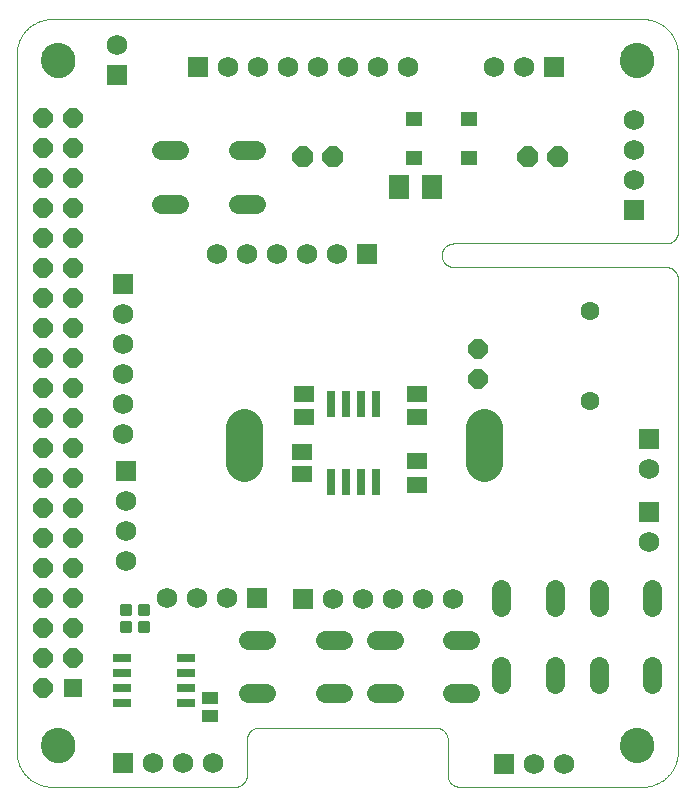
<source format=gts>
G75*
%MOIN*%
%OFA0B0*%
%FSLAX25Y25*%
%IPPOS*%
%LPD*%
%AMOC8*
5,1,8,0,0,1.08239X$1,22.5*
%
%ADD10C,0.00000*%
%ADD11C,0.11424*%
%ADD12R,0.06400X0.06400*%
%ADD13OC8,0.06400*%
%ADD14R,0.02762X0.09061*%
%ADD15R,0.06699X0.05518*%
%ADD16C,0.06306*%
%ADD17R,0.06900X0.06900*%
%ADD18C,0.06900*%
%ADD19R,0.05912X0.02762*%
%ADD20C,0.12400*%
%ADD21R,0.05321X0.04337*%
%ADD22C,0.00975*%
%ADD23R,0.05518X0.05124*%
%ADD24C,0.06400*%
%ADD25OC8,0.07000*%
%ADD26R,0.06699X0.08274*%
D10*
X0037312Y0035098D02*
X0098336Y0035098D01*
X0098460Y0035100D01*
X0098583Y0035106D01*
X0098707Y0035115D01*
X0098829Y0035129D01*
X0098952Y0035146D01*
X0099074Y0035168D01*
X0099195Y0035193D01*
X0099315Y0035222D01*
X0099434Y0035254D01*
X0099553Y0035291D01*
X0099670Y0035331D01*
X0099785Y0035374D01*
X0099900Y0035422D01*
X0100012Y0035473D01*
X0100123Y0035527D01*
X0100233Y0035585D01*
X0100340Y0035646D01*
X0100446Y0035711D01*
X0100549Y0035779D01*
X0100650Y0035850D01*
X0100749Y0035924D01*
X0100846Y0036001D01*
X0100940Y0036082D01*
X0101031Y0036165D01*
X0101120Y0036251D01*
X0101206Y0036340D01*
X0101289Y0036431D01*
X0101370Y0036525D01*
X0101447Y0036622D01*
X0101521Y0036721D01*
X0101592Y0036822D01*
X0101660Y0036925D01*
X0101725Y0037031D01*
X0101786Y0037138D01*
X0101844Y0037248D01*
X0101898Y0037359D01*
X0101949Y0037471D01*
X0101997Y0037586D01*
X0102040Y0037701D01*
X0102080Y0037818D01*
X0102117Y0037937D01*
X0102149Y0038056D01*
X0102178Y0038176D01*
X0102203Y0038297D01*
X0102225Y0038419D01*
X0102242Y0038542D01*
X0102256Y0038664D01*
X0102265Y0038788D01*
X0102271Y0038911D01*
X0102273Y0039035D01*
X0102273Y0050846D01*
X0102275Y0050970D01*
X0102281Y0051093D01*
X0102290Y0051217D01*
X0102304Y0051339D01*
X0102321Y0051462D01*
X0102343Y0051584D01*
X0102368Y0051705D01*
X0102397Y0051825D01*
X0102429Y0051944D01*
X0102466Y0052063D01*
X0102506Y0052180D01*
X0102549Y0052295D01*
X0102597Y0052410D01*
X0102648Y0052522D01*
X0102702Y0052633D01*
X0102760Y0052743D01*
X0102821Y0052850D01*
X0102886Y0052956D01*
X0102954Y0053059D01*
X0103025Y0053160D01*
X0103099Y0053259D01*
X0103176Y0053356D01*
X0103257Y0053450D01*
X0103340Y0053541D01*
X0103426Y0053630D01*
X0103515Y0053716D01*
X0103606Y0053799D01*
X0103700Y0053880D01*
X0103797Y0053957D01*
X0103896Y0054031D01*
X0103997Y0054102D01*
X0104100Y0054170D01*
X0104206Y0054235D01*
X0104313Y0054296D01*
X0104423Y0054354D01*
X0104534Y0054408D01*
X0104646Y0054459D01*
X0104761Y0054507D01*
X0104876Y0054550D01*
X0104993Y0054590D01*
X0105112Y0054627D01*
X0105231Y0054659D01*
X0105351Y0054688D01*
X0105472Y0054713D01*
X0105594Y0054735D01*
X0105717Y0054752D01*
X0105839Y0054766D01*
X0105963Y0054775D01*
X0106086Y0054781D01*
X0106210Y0054783D01*
X0165265Y0054783D01*
X0165389Y0054781D01*
X0165512Y0054775D01*
X0165636Y0054766D01*
X0165758Y0054752D01*
X0165881Y0054735D01*
X0166003Y0054713D01*
X0166124Y0054688D01*
X0166244Y0054659D01*
X0166363Y0054627D01*
X0166482Y0054590D01*
X0166599Y0054550D01*
X0166714Y0054507D01*
X0166829Y0054459D01*
X0166941Y0054408D01*
X0167052Y0054354D01*
X0167162Y0054296D01*
X0167269Y0054235D01*
X0167375Y0054170D01*
X0167478Y0054102D01*
X0167579Y0054031D01*
X0167678Y0053957D01*
X0167775Y0053880D01*
X0167869Y0053799D01*
X0167960Y0053716D01*
X0168049Y0053630D01*
X0168135Y0053541D01*
X0168218Y0053450D01*
X0168299Y0053356D01*
X0168376Y0053259D01*
X0168450Y0053160D01*
X0168521Y0053059D01*
X0168589Y0052956D01*
X0168654Y0052850D01*
X0168715Y0052743D01*
X0168773Y0052633D01*
X0168827Y0052522D01*
X0168878Y0052410D01*
X0168926Y0052295D01*
X0168969Y0052180D01*
X0169009Y0052063D01*
X0169046Y0051944D01*
X0169078Y0051825D01*
X0169107Y0051705D01*
X0169132Y0051584D01*
X0169154Y0051462D01*
X0169171Y0051339D01*
X0169185Y0051217D01*
X0169194Y0051093D01*
X0169200Y0050970D01*
X0169202Y0050846D01*
X0169202Y0039035D01*
X0169204Y0038911D01*
X0169210Y0038788D01*
X0169219Y0038664D01*
X0169233Y0038542D01*
X0169250Y0038419D01*
X0169272Y0038297D01*
X0169297Y0038176D01*
X0169326Y0038056D01*
X0169358Y0037937D01*
X0169395Y0037818D01*
X0169435Y0037701D01*
X0169478Y0037586D01*
X0169526Y0037471D01*
X0169577Y0037359D01*
X0169631Y0037248D01*
X0169689Y0037138D01*
X0169750Y0037031D01*
X0169815Y0036925D01*
X0169883Y0036822D01*
X0169954Y0036721D01*
X0170028Y0036622D01*
X0170105Y0036525D01*
X0170186Y0036431D01*
X0170269Y0036340D01*
X0170355Y0036251D01*
X0170444Y0036165D01*
X0170535Y0036082D01*
X0170629Y0036001D01*
X0170726Y0035924D01*
X0170825Y0035850D01*
X0170926Y0035779D01*
X0171029Y0035711D01*
X0171135Y0035646D01*
X0171242Y0035585D01*
X0171352Y0035527D01*
X0171463Y0035473D01*
X0171575Y0035422D01*
X0171690Y0035374D01*
X0171805Y0035331D01*
X0171922Y0035291D01*
X0172041Y0035254D01*
X0172160Y0035222D01*
X0172280Y0035193D01*
X0172401Y0035168D01*
X0172523Y0035146D01*
X0172646Y0035129D01*
X0172768Y0035115D01*
X0172892Y0035106D01*
X0173015Y0035100D01*
X0173139Y0035098D01*
X0234162Y0035098D01*
X0234447Y0035101D01*
X0234733Y0035112D01*
X0235018Y0035129D01*
X0235302Y0035153D01*
X0235586Y0035184D01*
X0235869Y0035222D01*
X0236150Y0035267D01*
X0236431Y0035318D01*
X0236711Y0035376D01*
X0236989Y0035441D01*
X0237265Y0035513D01*
X0237539Y0035591D01*
X0237812Y0035676D01*
X0238082Y0035768D01*
X0238350Y0035866D01*
X0238616Y0035970D01*
X0238879Y0036081D01*
X0239139Y0036198D01*
X0239397Y0036321D01*
X0239651Y0036451D01*
X0239902Y0036587D01*
X0240150Y0036728D01*
X0240394Y0036876D01*
X0240635Y0037029D01*
X0240871Y0037189D01*
X0241104Y0037354D01*
X0241333Y0037524D01*
X0241558Y0037700D01*
X0241778Y0037882D01*
X0241994Y0038068D01*
X0242205Y0038260D01*
X0242412Y0038457D01*
X0242614Y0038659D01*
X0242811Y0038866D01*
X0243003Y0039077D01*
X0243189Y0039293D01*
X0243371Y0039513D01*
X0243547Y0039738D01*
X0243717Y0039967D01*
X0243882Y0040200D01*
X0244042Y0040436D01*
X0244195Y0040677D01*
X0244343Y0040921D01*
X0244484Y0041169D01*
X0244620Y0041420D01*
X0244750Y0041674D01*
X0244873Y0041932D01*
X0244990Y0042192D01*
X0245101Y0042455D01*
X0245205Y0042721D01*
X0245303Y0042989D01*
X0245395Y0043259D01*
X0245480Y0043532D01*
X0245558Y0043806D01*
X0245630Y0044082D01*
X0245695Y0044360D01*
X0245753Y0044640D01*
X0245804Y0044921D01*
X0245849Y0045202D01*
X0245887Y0045485D01*
X0245918Y0045769D01*
X0245942Y0046053D01*
X0245959Y0046338D01*
X0245970Y0046624D01*
X0245973Y0046909D01*
X0245973Y0204390D01*
X0245971Y0204514D01*
X0245965Y0204637D01*
X0245956Y0204761D01*
X0245942Y0204883D01*
X0245925Y0205006D01*
X0245903Y0205128D01*
X0245878Y0205249D01*
X0245849Y0205369D01*
X0245817Y0205488D01*
X0245780Y0205607D01*
X0245740Y0205724D01*
X0245697Y0205839D01*
X0245649Y0205954D01*
X0245598Y0206066D01*
X0245544Y0206177D01*
X0245486Y0206287D01*
X0245425Y0206394D01*
X0245360Y0206500D01*
X0245292Y0206603D01*
X0245221Y0206704D01*
X0245147Y0206803D01*
X0245070Y0206900D01*
X0244989Y0206994D01*
X0244906Y0207085D01*
X0244820Y0207174D01*
X0244731Y0207260D01*
X0244640Y0207343D01*
X0244546Y0207424D01*
X0244449Y0207501D01*
X0244350Y0207575D01*
X0244249Y0207646D01*
X0244146Y0207714D01*
X0244040Y0207779D01*
X0243933Y0207840D01*
X0243823Y0207898D01*
X0243712Y0207952D01*
X0243600Y0208003D01*
X0243485Y0208051D01*
X0243370Y0208094D01*
X0243253Y0208134D01*
X0243134Y0208171D01*
X0243015Y0208203D01*
X0242895Y0208232D01*
X0242774Y0208257D01*
X0242652Y0208279D01*
X0242529Y0208296D01*
X0242407Y0208310D01*
X0242283Y0208319D01*
X0242160Y0208325D01*
X0242036Y0208327D01*
X0171170Y0208327D01*
X0171046Y0208329D01*
X0170923Y0208335D01*
X0170799Y0208344D01*
X0170677Y0208358D01*
X0170554Y0208375D01*
X0170432Y0208397D01*
X0170311Y0208422D01*
X0170191Y0208451D01*
X0170072Y0208483D01*
X0169953Y0208520D01*
X0169836Y0208560D01*
X0169721Y0208603D01*
X0169606Y0208651D01*
X0169494Y0208702D01*
X0169383Y0208756D01*
X0169273Y0208814D01*
X0169166Y0208875D01*
X0169060Y0208940D01*
X0168957Y0209008D01*
X0168856Y0209079D01*
X0168757Y0209153D01*
X0168660Y0209230D01*
X0168566Y0209311D01*
X0168475Y0209394D01*
X0168386Y0209480D01*
X0168300Y0209569D01*
X0168217Y0209660D01*
X0168136Y0209754D01*
X0168059Y0209851D01*
X0167985Y0209950D01*
X0167914Y0210051D01*
X0167846Y0210154D01*
X0167781Y0210260D01*
X0167720Y0210367D01*
X0167662Y0210477D01*
X0167608Y0210588D01*
X0167557Y0210700D01*
X0167509Y0210815D01*
X0167466Y0210930D01*
X0167426Y0211047D01*
X0167389Y0211166D01*
X0167357Y0211285D01*
X0167328Y0211405D01*
X0167303Y0211526D01*
X0167281Y0211648D01*
X0167264Y0211771D01*
X0167250Y0211893D01*
X0167241Y0212017D01*
X0167235Y0212140D01*
X0167233Y0212264D01*
X0167235Y0212388D01*
X0167241Y0212511D01*
X0167250Y0212635D01*
X0167264Y0212757D01*
X0167281Y0212880D01*
X0167303Y0213002D01*
X0167328Y0213123D01*
X0167357Y0213243D01*
X0167389Y0213362D01*
X0167426Y0213481D01*
X0167466Y0213598D01*
X0167509Y0213713D01*
X0167557Y0213828D01*
X0167608Y0213940D01*
X0167662Y0214051D01*
X0167720Y0214161D01*
X0167781Y0214268D01*
X0167846Y0214374D01*
X0167914Y0214477D01*
X0167985Y0214578D01*
X0168059Y0214677D01*
X0168136Y0214774D01*
X0168217Y0214868D01*
X0168300Y0214959D01*
X0168386Y0215048D01*
X0168475Y0215134D01*
X0168566Y0215217D01*
X0168660Y0215298D01*
X0168757Y0215375D01*
X0168856Y0215449D01*
X0168957Y0215520D01*
X0169060Y0215588D01*
X0169166Y0215653D01*
X0169273Y0215714D01*
X0169383Y0215772D01*
X0169494Y0215826D01*
X0169606Y0215877D01*
X0169721Y0215925D01*
X0169836Y0215968D01*
X0169953Y0216008D01*
X0170072Y0216045D01*
X0170191Y0216077D01*
X0170311Y0216106D01*
X0170432Y0216131D01*
X0170554Y0216153D01*
X0170677Y0216170D01*
X0170799Y0216184D01*
X0170923Y0216193D01*
X0171046Y0216199D01*
X0171170Y0216201D01*
X0242036Y0216201D01*
X0242160Y0216203D01*
X0242283Y0216209D01*
X0242407Y0216218D01*
X0242529Y0216232D01*
X0242652Y0216249D01*
X0242774Y0216271D01*
X0242895Y0216296D01*
X0243015Y0216325D01*
X0243134Y0216357D01*
X0243253Y0216394D01*
X0243370Y0216434D01*
X0243485Y0216477D01*
X0243600Y0216525D01*
X0243712Y0216576D01*
X0243823Y0216630D01*
X0243933Y0216688D01*
X0244040Y0216749D01*
X0244146Y0216814D01*
X0244249Y0216882D01*
X0244350Y0216953D01*
X0244449Y0217027D01*
X0244546Y0217104D01*
X0244640Y0217185D01*
X0244731Y0217268D01*
X0244820Y0217354D01*
X0244906Y0217443D01*
X0244989Y0217534D01*
X0245070Y0217628D01*
X0245147Y0217725D01*
X0245221Y0217824D01*
X0245292Y0217925D01*
X0245360Y0218028D01*
X0245425Y0218134D01*
X0245486Y0218241D01*
X0245544Y0218351D01*
X0245598Y0218462D01*
X0245649Y0218574D01*
X0245697Y0218689D01*
X0245740Y0218804D01*
X0245780Y0218921D01*
X0245817Y0219040D01*
X0245849Y0219159D01*
X0245878Y0219279D01*
X0245903Y0219400D01*
X0245925Y0219522D01*
X0245942Y0219645D01*
X0245956Y0219767D01*
X0245965Y0219891D01*
X0245971Y0220014D01*
X0245973Y0220138D01*
X0245973Y0279193D01*
X0245970Y0279478D01*
X0245959Y0279764D01*
X0245942Y0280049D01*
X0245918Y0280333D01*
X0245887Y0280617D01*
X0245849Y0280900D01*
X0245804Y0281181D01*
X0245753Y0281462D01*
X0245695Y0281742D01*
X0245630Y0282020D01*
X0245558Y0282296D01*
X0245480Y0282570D01*
X0245395Y0282843D01*
X0245303Y0283113D01*
X0245205Y0283381D01*
X0245101Y0283647D01*
X0244990Y0283910D01*
X0244873Y0284170D01*
X0244750Y0284428D01*
X0244620Y0284682D01*
X0244484Y0284933D01*
X0244343Y0285181D01*
X0244195Y0285425D01*
X0244042Y0285666D01*
X0243882Y0285902D01*
X0243717Y0286135D01*
X0243547Y0286364D01*
X0243371Y0286589D01*
X0243189Y0286809D01*
X0243003Y0287025D01*
X0242811Y0287236D01*
X0242614Y0287443D01*
X0242412Y0287645D01*
X0242205Y0287842D01*
X0241994Y0288034D01*
X0241778Y0288220D01*
X0241558Y0288402D01*
X0241333Y0288578D01*
X0241104Y0288748D01*
X0240871Y0288913D01*
X0240635Y0289073D01*
X0240394Y0289226D01*
X0240150Y0289374D01*
X0239902Y0289515D01*
X0239651Y0289651D01*
X0239397Y0289781D01*
X0239139Y0289904D01*
X0238879Y0290021D01*
X0238616Y0290132D01*
X0238350Y0290236D01*
X0238082Y0290334D01*
X0237812Y0290426D01*
X0237539Y0290511D01*
X0237265Y0290589D01*
X0236989Y0290661D01*
X0236711Y0290726D01*
X0236431Y0290784D01*
X0236150Y0290835D01*
X0235869Y0290880D01*
X0235586Y0290918D01*
X0235302Y0290949D01*
X0235018Y0290973D01*
X0234733Y0290990D01*
X0234447Y0291001D01*
X0234162Y0291004D01*
X0037312Y0291004D01*
X0037027Y0291001D01*
X0036741Y0290990D01*
X0036456Y0290973D01*
X0036172Y0290949D01*
X0035888Y0290918D01*
X0035605Y0290880D01*
X0035324Y0290835D01*
X0035043Y0290784D01*
X0034763Y0290726D01*
X0034485Y0290661D01*
X0034209Y0290589D01*
X0033935Y0290511D01*
X0033662Y0290426D01*
X0033392Y0290334D01*
X0033124Y0290236D01*
X0032858Y0290132D01*
X0032595Y0290021D01*
X0032335Y0289904D01*
X0032077Y0289781D01*
X0031823Y0289651D01*
X0031572Y0289515D01*
X0031324Y0289374D01*
X0031080Y0289226D01*
X0030839Y0289073D01*
X0030603Y0288913D01*
X0030370Y0288748D01*
X0030141Y0288578D01*
X0029916Y0288402D01*
X0029696Y0288220D01*
X0029480Y0288034D01*
X0029269Y0287842D01*
X0029062Y0287645D01*
X0028860Y0287443D01*
X0028663Y0287236D01*
X0028471Y0287025D01*
X0028285Y0286809D01*
X0028103Y0286589D01*
X0027927Y0286364D01*
X0027757Y0286135D01*
X0027592Y0285902D01*
X0027432Y0285666D01*
X0027279Y0285425D01*
X0027131Y0285181D01*
X0026990Y0284933D01*
X0026854Y0284682D01*
X0026724Y0284428D01*
X0026601Y0284170D01*
X0026484Y0283910D01*
X0026373Y0283647D01*
X0026269Y0283381D01*
X0026171Y0283113D01*
X0026079Y0282843D01*
X0025994Y0282570D01*
X0025916Y0282296D01*
X0025844Y0282020D01*
X0025779Y0281742D01*
X0025721Y0281462D01*
X0025670Y0281181D01*
X0025625Y0280900D01*
X0025587Y0280617D01*
X0025556Y0280333D01*
X0025532Y0280049D01*
X0025515Y0279764D01*
X0025504Y0279478D01*
X0025501Y0279193D01*
X0025501Y0046909D01*
X0025504Y0046624D01*
X0025515Y0046338D01*
X0025532Y0046053D01*
X0025556Y0045769D01*
X0025587Y0045485D01*
X0025625Y0045202D01*
X0025670Y0044921D01*
X0025721Y0044640D01*
X0025779Y0044360D01*
X0025844Y0044082D01*
X0025916Y0043806D01*
X0025994Y0043532D01*
X0026079Y0043259D01*
X0026171Y0042989D01*
X0026269Y0042721D01*
X0026373Y0042455D01*
X0026484Y0042192D01*
X0026601Y0041932D01*
X0026724Y0041674D01*
X0026854Y0041420D01*
X0026990Y0041169D01*
X0027131Y0040921D01*
X0027279Y0040677D01*
X0027432Y0040436D01*
X0027592Y0040200D01*
X0027757Y0039967D01*
X0027927Y0039738D01*
X0028103Y0039513D01*
X0028285Y0039293D01*
X0028471Y0039077D01*
X0028663Y0038866D01*
X0028860Y0038659D01*
X0029062Y0038457D01*
X0029269Y0038260D01*
X0029480Y0038068D01*
X0029696Y0037882D01*
X0029916Y0037700D01*
X0030141Y0037524D01*
X0030370Y0037354D01*
X0030603Y0037189D01*
X0030839Y0037029D01*
X0031080Y0036876D01*
X0031324Y0036728D01*
X0031572Y0036587D01*
X0031823Y0036451D01*
X0032077Y0036321D01*
X0032335Y0036198D01*
X0032595Y0036081D01*
X0032858Y0035970D01*
X0033124Y0035866D01*
X0033392Y0035768D01*
X0033662Y0035676D01*
X0033935Y0035591D01*
X0034209Y0035513D01*
X0034485Y0035441D01*
X0034763Y0035376D01*
X0035043Y0035318D01*
X0035324Y0035267D01*
X0035605Y0035222D01*
X0035888Y0035184D01*
X0036172Y0035153D01*
X0036456Y0035129D01*
X0036741Y0035112D01*
X0037027Y0035101D01*
X0037312Y0035098D01*
X0033765Y0048883D02*
X0033767Y0049031D01*
X0033773Y0049179D01*
X0033783Y0049327D01*
X0033797Y0049474D01*
X0033815Y0049621D01*
X0033836Y0049767D01*
X0033862Y0049913D01*
X0033892Y0050058D01*
X0033925Y0050202D01*
X0033963Y0050345D01*
X0034004Y0050487D01*
X0034049Y0050628D01*
X0034097Y0050768D01*
X0034150Y0050907D01*
X0034206Y0051044D01*
X0034266Y0051179D01*
X0034329Y0051313D01*
X0034396Y0051445D01*
X0034467Y0051575D01*
X0034541Y0051703D01*
X0034618Y0051829D01*
X0034699Y0051953D01*
X0034783Y0052075D01*
X0034870Y0052194D01*
X0034961Y0052311D01*
X0035055Y0052426D01*
X0035151Y0052538D01*
X0035251Y0052648D01*
X0035353Y0052754D01*
X0035459Y0052858D01*
X0035567Y0052959D01*
X0035678Y0053057D01*
X0035791Y0053153D01*
X0035907Y0053245D01*
X0036025Y0053334D01*
X0036146Y0053419D01*
X0036269Y0053502D01*
X0036394Y0053581D01*
X0036521Y0053657D01*
X0036650Y0053729D01*
X0036781Y0053798D01*
X0036914Y0053863D01*
X0037049Y0053924D01*
X0037185Y0053982D01*
X0037322Y0054037D01*
X0037461Y0054087D01*
X0037602Y0054134D01*
X0037743Y0054177D01*
X0037886Y0054217D01*
X0038030Y0054252D01*
X0038174Y0054284D01*
X0038320Y0054311D01*
X0038466Y0054335D01*
X0038613Y0054355D01*
X0038760Y0054371D01*
X0038907Y0054383D01*
X0039055Y0054391D01*
X0039203Y0054395D01*
X0039351Y0054395D01*
X0039499Y0054391D01*
X0039647Y0054383D01*
X0039794Y0054371D01*
X0039941Y0054355D01*
X0040088Y0054335D01*
X0040234Y0054311D01*
X0040380Y0054284D01*
X0040524Y0054252D01*
X0040668Y0054217D01*
X0040811Y0054177D01*
X0040952Y0054134D01*
X0041093Y0054087D01*
X0041232Y0054037D01*
X0041369Y0053982D01*
X0041505Y0053924D01*
X0041640Y0053863D01*
X0041773Y0053798D01*
X0041904Y0053729D01*
X0042033Y0053657D01*
X0042160Y0053581D01*
X0042285Y0053502D01*
X0042408Y0053419D01*
X0042529Y0053334D01*
X0042647Y0053245D01*
X0042763Y0053153D01*
X0042876Y0053057D01*
X0042987Y0052959D01*
X0043095Y0052858D01*
X0043201Y0052754D01*
X0043303Y0052648D01*
X0043403Y0052538D01*
X0043499Y0052426D01*
X0043593Y0052311D01*
X0043684Y0052194D01*
X0043771Y0052075D01*
X0043855Y0051953D01*
X0043936Y0051829D01*
X0044013Y0051703D01*
X0044087Y0051575D01*
X0044158Y0051445D01*
X0044225Y0051313D01*
X0044288Y0051179D01*
X0044348Y0051044D01*
X0044404Y0050907D01*
X0044457Y0050768D01*
X0044505Y0050628D01*
X0044550Y0050487D01*
X0044591Y0050345D01*
X0044629Y0050202D01*
X0044662Y0050058D01*
X0044692Y0049913D01*
X0044718Y0049767D01*
X0044739Y0049621D01*
X0044757Y0049474D01*
X0044771Y0049327D01*
X0044781Y0049179D01*
X0044787Y0049031D01*
X0044789Y0048883D01*
X0044787Y0048735D01*
X0044781Y0048587D01*
X0044771Y0048439D01*
X0044757Y0048292D01*
X0044739Y0048145D01*
X0044718Y0047999D01*
X0044692Y0047853D01*
X0044662Y0047708D01*
X0044629Y0047564D01*
X0044591Y0047421D01*
X0044550Y0047279D01*
X0044505Y0047138D01*
X0044457Y0046998D01*
X0044404Y0046859D01*
X0044348Y0046722D01*
X0044288Y0046587D01*
X0044225Y0046453D01*
X0044158Y0046321D01*
X0044087Y0046191D01*
X0044013Y0046063D01*
X0043936Y0045937D01*
X0043855Y0045813D01*
X0043771Y0045691D01*
X0043684Y0045572D01*
X0043593Y0045455D01*
X0043499Y0045340D01*
X0043403Y0045228D01*
X0043303Y0045118D01*
X0043201Y0045012D01*
X0043095Y0044908D01*
X0042987Y0044807D01*
X0042876Y0044709D01*
X0042763Y0044613D01*
X0042647Y0044521D01*
X0042529Y0044432D01*
X0042408Y0044347D01*
X0042285Y0044264D01*
X0042160Y0044185D01*
X0042033Y0044109D01*
X0041904Y0044037D01*
X0041773Y0043968D01*
X0041640Y0043903D01*
X0041505Y0043842D01*
X0041369Y0043784D01*
X0041232Y0043729D01*
X0041093Y0043679D01*
X0040952Y0043632D01*
X0040811Y0043589D01*
X0040668Y0043549D01*
X0040524Y0043514D01*
X0040380Y0043482D01*
X0040234Y0043455D01*
X0040088Y0043431D01*
X0039941Y0043411D01*
X0039794Y0043395D01*
X0039647Y0043383D01*
X0039499Y0043375D01*
X0039351Y0043371D01*
X0039203Y0043371D01*
X0039055Y0043375D01*
X0038907Y0043383D01*
X0038760Y0043395D01*
X0038613Y0043411D01*
X0038466Y0043431D01*
X0038320Y0043455D01*
X0038174Y0043482D01*
X0038030Y0043514D01*
X0037886Y0043549D01*
X0037743Y0043589D01*
X0037602Y0043632D01*
X0037461Y0043679D01*
X0037322Y0043729D01*
X0037185Y0043784D01*
X0037049Y0043842D01*
X0036914Y0043903D01*
X0036781Y0043968D01*
X0036650Y0044037D01*
X0036521Y0044109D01*
X0036394Y0044185D01*
X0036269Y0044264D01*
X0036146Y0044347D01*
X0036025Y0044432D01*
X0035907Y0044521D01*
X0035791Y0044613D01*
X0035678Y0044709D01*
X0035567Y0044807D01*
X0035459Y0044908D01*
X0035353Y0045012D01*
X0035251Y0045118D01*
X0035151Y0045228D01*
X0035055Y0045340D01*
X0034961Y0045455D01*
X0034870Y0045572D01*
X0034783Y0045691D01*
X0034699Y0045813D01*
X0034618Y0045937D01*
X0034541Y0046063D01*
X0034467Y0046191D01*
X0034396Y0046321D01*
X0034329Y0046453D01*
X0034266Y0046587D01*
X0034206Y0046722D01*
X0034150Y0046859D01*
X0034097Y0046998D01*
X0034049Y0047138D01*
X0034004Y0047279D01*
X0033963Y0047421D01*
X0033925Y0047564D01*
X0033892Y0047708D01*
X0033862Y0047853D01*
X0033836Y0047999D01*
X0033815Y0048145D01*
X0033797Y0048292D01*
X0033783Y0048439D01*
X0033773Y0048587D01*
X0033767Y0048735D01*
X0033765Y0048883D01*
X0226679Y0048883D02*
X0226681Y0049031D01*
X0226687Y0049179D01*
X0226697Y0049327D01*
X0226711Y0049474D01*
X0226729Y0049621D01*
X0226750Y0049767D01*
X0226776Y0049913D01*
X0226806Y0050058D01*
X0226839Y0050202D01*
X0226877Y0050345D01*
X0226918Y0050487D01*
X0226963Y0050628D01*
X0227011Y0050768D01*
X0227064Y0050907D01*
X0227120Y0051044D01*
X0227180Y0051179D01*
X0227243Y0051313D01*
X0227310Y0051445D01*
X0227381Y0051575D01*
X0227455Y0051703D01*
X0227532Y0051829D01*
X0227613Y0051953D01*
X0227697Y0052075D01*
X0227784Y0052194D01*
X0227875Y0052311D01*
X0227969Y0052426D01*
X0228065Y0052538D01*
X0228165Y0052648D01*
X0228267Y0052754D01*
X0228373Y0052858D01*
X0228481Y0052959D01*
X0228592Y0053057D01*
X0228705Y0053153D01*
X0228821Y0053245D01*
X0228939Y0053334D01*
X0229060Y0053419D01*
X0229183Y0053502D01*
X0229308Y0053581D01*
X0229435Y0053657D01*
X0229564Y0053729D01*
X0229695Y0053798D01*
X0229828Y0053863D01*
X0229963Y0053924D01*
X0230099Y0053982D01*
X0230236Y0054037D01*
X0230375Y0054087D01*
X0230516Y0054134D01*
X0230657Y0054177D01*
X0230800Y0054217D01*
X0230944Y0054252D01*
X0231088Y0054284D01*
X0231234Y0054311D01*
X0231380Y0054335D01*
X0231527Y0054355D01*
X0231674Y0054371D01*
X0231821Y0054383D01*
X0231969Y0054391D01*
X0232117Y0054395D01*
X0232265Y0054395D01*
X0232413Y0054391D01*
X0232561Y0054383D01*
X0232708Y0054371D01*
X0232855Y0054355D01*
X0233002Y0054335D01*
X0233148Y0054311D01*
X0233294Y0054284D01*
X0233438Y0054252D01*
X0233582Y0054217D01*
X0233725Y0054177D01*
X0233866Y0054134D01*
X0234007Y0054087D01*
X0234146Y0054037D01*
X0234283Y0053982D01*
X0234419Y0053924D01*
X0234554Y0053863D01*
X0234687Y0053798D01*
X0234818Y0053729D01*
X0234947Y0053657D01*
X0235074Y0053581D01*
X0235199Y0053502D01*
X0235322Y0053419D01*
X0235443Y0053334D01*
X0235561Y0053245D01*
X0235677Y0053153D01*
X0235790Y0053057D01*
X0235901Y0052959D01*
X0236009Y0052858D01*
X0236115Y0052754D01*
X0236217Y0052648D01*
X0236317Y0052538D01*
X0236413Y0052426D01*
X0236507Y0052311D01*
X0236598Y0052194D01*
X0236685Y0052075D01*
X0236769Y0051953D01*
X0236850Y0051829D01*
X0236927Y0051703D01*
X0237001Y0051575D01*
X0237072Y0051445D01*
X0237139Y0051313D01*
X0237202Y0051179D01*
X0237262Y0051044D01*
X0237318Y0050907D01*
X0237371Y0050768D01*
X0237419Y0050628D01*
X0237464Y0050487D01*
X0237505Y0050345D01*
X0237543Y0050202D01*
X0237576Y0050058D01*
X0237606Y0049913D01*
X0237632Y0049767D01*
X0237653Y0049621D01*
X0237671Y0049474D01*
X0237685Y0049327D01*
X0237695Y0049179D01*
X0237701Y0049031D01*
X0237703Y0048883D01*
X0237701Y0048735D01*
X0237695Y0048587D01*
X0237685Y0048439D01*
X0237671Y0048292D01*
X0237653Y0048145D01*
X0237632Y0047999D01*
X0237606Y0047853D01*
X0237576Y0047708D01*
X0237543Y0047564D01*
X0237505Y0047421D01*
X0237464Y0047279D01*
X0237419Y0047138D01*
X0237371Y0046998D01*
X0237318Y0046859D01*
X0237262Y0046722D01*
X0237202Y0046587D01*
X0237139Y0046453D01*
X0237072Y0046321D01*
X0237001Y0046191D01*
X0236927Y0046063D01*
X0236850Y0045937D01*
X0236769Y0045813D01*
X0236685Y0045691D01*
X0236598Y0045572D01*
X0236507Y0045455D01*
X0236413Y0045340D01*
X0236317Y0045228D01*
X0236217Y0045118D01*
X0236115Y0045012D01*
X0236009Y0044908D01*
X0235901Y0044807D01*
X0235790Y0044709D01*
X0235677Y0044613D01*
X0235561Y0044521D01*
X0235443Y0044432D01*
X0235322Y0044347D01*
X0235199Y0044264D01*
X0235074Y0044185D01*
X0234947Y0044109D01*
X0234818Y0044037D01*
X0234687Y0043968D01*
X0234554Y0043903D01*
X0234419Y0043842D01*
X0234283Y0043784D01*
X0234146Y0043729D01*
X0234007Y0043679D01*
X0233866Y0043632D01*
X0233725Y0043589D01*
X0233582Y0043549D01*
X0233438Y0043514D01*
X0233294Y0043482D01*
X0233148Y0043455D01*
X0233002Y0043431D01*
X0232855Y0043411D01*
X0232708Y0043395D01*
X0232561Y0043383D01*
X0232413Y0043375D01*
X0232265Y0043371D01*
X0232117Y0043371D01*
X0231969Y0043375D01*
X0231821Y0043383D01*
X0231674Y0043395D01*
X0231527Y0043411D01*
X0231380Y0043431D01*
X0231234Y0043455D01*
X0231088Y0043482D01*
X0230944Y0043514D01*
X0230800Y0043549D01*
X0230657Y0043589D01*
X0230516Y0043632D01*
X0230375Y0043679D01*
X0230236Y0043729D01*
X0230099Y0043784D01*
X0229963Y0043842D01*
X0229828Y0043903D01*
X0229695Y0043968D01*
X0229564Y0044037D01*
X0229435Y0044109D01*
X0229308Y0044185D01*
X0229183Y0044264D01*
X0229060Y0044347D01*
X0228939Y0044432D01*
X0228821Y0044521D01*
X0228705Y0044613D01*
X0228592Y0044709D01*
X0228481Y0044807D01*
X0228373Y0044908D01*
X0228267Y0045012D01*
X0228165Y0045118D01*
X0228065Y0045228D01*
X0227969Y0045340D01*
X0227875Y0045455D01*
X0227784Y0045572D01*
X0227697Y0045691D01*
X0227613Y0045813D01*
X0227532Y0045937D01*
X0227455Y0046063D01*
X0227381Y0046191D01*
X0227310Y0046321D01*
X0227243Y0046453D01*
X0227180Y0046587D01*
X0227120Y0046722D01*
X0227064Y0046859D01*
X0227011Y0046998D01*
X0226963Y0047138D01*
X0226918Y0047279D01*
X0226877Y0047421D01*
X0226839Y0047564D01*
X0226806Y0047708D01*
X0226776Y0047853D01*
X0226750Y0047999D01*
X0226729Y0048145D01*
X0226711Y0048292D01*
X0226697Y0048439D01*
X0226687Y0048587D01*
X0226681Y0048735D01*
X0226679Y0048883D01*
X0226679Y0277230D02*
X0226681Y0277378D01*
X0226687Y0277526D01*
X0226697Y0277674D01*
X0226711Y0277821D01*
X0226729Y0277968D01*
X0226750Y0278114D01*
X0226776Y0278260D01*
X0226806Y0278405D01*
X0226839Y0278549D01*
X0226877Y0278692D01*
X0226918Y0278834D01*
X0226963Y0278975D01*
X0227011Y0279115D01*
X0227064Y0279254D01*
X0227120Y0279391D01*
X0227180Y0279526D01*
X0227243Y0279660D01*
X0227310Y0279792D01*
X0227381Y0279922D01*
X0227455Y0280050D01*
X0227532Y0280176D01*
X0227613Y0280300D01*
X0227697Y0280422D01*
X0227784Y0280541D01*
X0227875Y0280658D01*
X0227969Y0280773D01*
X0228065Y0280885D01*
X0228165Y0280995D01*
X0228267Y0281101D01*
X0228373Y0281205D01*
X0228481Y0281306D01*
X0228592Y0281404D01*
X0228705Y0281500D01*
X0228821Y0281592D01*
X0228939Y0281681D01*
X0229060Y0281766D01*
X0229183Y0281849D01*
X0229308Y0281928D01*
X0229435Y0282004D01*
X0229564Y0282076D01*
X0229695Y0282145D01*
X0229828Y0282210D01*
X0229963Y0282271D01*
X0230099Y0282329D01*
X0230236Y0282384D01*
X0230375Y0282434D01*
X0230516Y0282481D01*
X0230657Y0282524D01*
X0230800Y0282564D01*
X0230944Y0282599D01*
X0231088Y0282631D01*
X0231234Y0282658D01*
X0231380Y0282682D01*
X0231527Y0282702D01*
X0231674Y0282718D01*
X0231821Y0282730D01*
X0231969Y0282738D01*
X0232117Y0282742D01*
X0232265Y0282742D01*
X0232413Y0282738D01*
X0232561Y0282730D01*
X0232708Y0282718D01*
X0232855Y0282702D01*
X0233002Y0282682D01*
X0233148Y0282658D01*
X0233294Y0282631D01*
X0233438Y0282599D01*
X0233582Y0282564D01*
X0233725Y0282524D01*
X0233866Y0282481D01*
X0234007Y0282434D01*
X0234146Y0282384D01*
X0234283Y0282329D01*
X0234419Y0282271D01*
X0234554Y0282210D01*
X0234687Y0282145D01*
X0234818Y0282076D01*
X0234947Y0282004D01*
X0235074Y0281928D01*
X0235199Y0281849D01*
X0235322Y0281766D01*
X0235443Y0281681D01*
X0235561Y0281592D01*
X0235677Y0281500D01*
X0235790Y0281404D01*
X0235901Y0281306D01*
X0236009Y0281205D01*
X0236115Y0281101D01*
X0236217Y0280995D01*
X0236317Y0280885D01*
X0236413Y0280773D01*
X0236507Y0280658D01*
X0236598Y0280541D01*
X0236685Y0280422D01*
X0236769Y0280300D01*
X0236850Y0280176D01*
X0236927Y0280050D01*
X0237001Y0279922D01*
X0237072Y0279792D01*
X0237139Y0279660D01*
X0237202Y0279526D01*
X0237262Y0279391D01*
X0237318Y0279254D01*
X0237371Y0279115D01*
X0237419Y0278975D01*
X0237464Y0278834D01*
X0237505Y0278692D01*
X0237543Y0278549D01*
X0237576Y0278405D01*
X0237606Y0278260D01*
X0237632Y0278114D01*
X0237653Y0277968D01*
X0237671Y0277821D01*
X0237685Y0277674D01*
X0237695Y0277526D01*
X0237701Y0277378D01*
X0237703Y0277230D01*
X0237701Y0277082D01*
X0237695Y0276934D01*
X0237685Y0276786D01*
X0237671Y0276639D01*
X0237653Y0276492D01*
X0237632Y0276346D01*
X0237606Y0276200D01*
X0237576Y0276055D01*
X0237543Y0275911D01*
X0237505Y0275768D01*
X0237464Y0275626D01*
X0237419Y0275485D01*
X0237371Y0275345D01*
X0237318Y0275206D01*
X0237262Y0275069D01*
X0237202Y0274934D01*
X0237139Y0274800D01*
X0237072Y0274668D01*
X0237001Y0274538D01*
X0236927Y0274410D01*
X0236850Y0274284D01*
X0236769Y0274160D01*
X0236685Y0274038D01*
X0236598Y0273919D01*
X0236507Y0273802D01*
X0236413Y0273687D01*
X0236317Y0273575D01*
X0236217Y0273465D01*
X0236115Y0273359D01*
X0236009Y0273255D01*
X0235901Y0273154D01*
X0235790Y0273056D01*
X0235677Y0272960D01*
X0235561Y0272868D01*
X0235443Y0272779D01*
X0235322Y0272694D01*
X0235199Y0272611D01*
X0235074Y0272532D01*
X0234947Y0272456D01*
X0234818Y0272384D01*
X0234687Y0272315D01*
X0234554Y0272250D01*
X0234419Y0272189D01*
X0234283Y0272131D01*
X0234146Y0272076D01*
X0234007Y0272026D01*
X0233866Y0271979D01*
X0233725Y0271936D01*
X0233582Y0271896D01*
X0233438Y0271861D01*
X0233294Y0271829D01*
X0233148Y0271802D01*
X0233002Y0271778D01*
X0232855Y0271758D01*
X0232708Y0271742D01*
X0232561Y0271730D01*
X0232413Y0271722D01*
X0232265Y0271718D01*
X0232117Y0271718D01*
X0231969Y0271722D01*
X0231821Y0271730D01*
X0231674Y0271742D01*
X0231527Y0271758D01*
X0231380Y0271778D01*
X0231234Y0271802D01*
X0231088Y0271829D01*
X0230944Y0271861D01*
X0230800Y0271896D01*
X0230657Y0271936D01*
X0230516Y0271979D01*
X0230375Y0272026D01*
X0230236Y0272076D01*
X0230099Y0272131D01*
X0229963Y0272189D01*
X0229828Y0272250D01*
X0229695Y0272315D01*
X0229564Y0272384D01*
X0229435Y0272456D01*
X0229308Y0272532D01*
X0229183Y0272611D01*
X0229060Y0272694D01*
X0228939Y0272779D01*
X0228821Y0272868D01*
X0228705Y0272960D01*
X0228592Y0273056D01*
X0228481Y0273154D01*
X0228373Y0273255D01*
X0228267Y0273359D01*
X0228165Y0273465D01*
X0228065Y0273575D01*
X0227969Y0273687D01*
X0227875Y0273802D01*
X0227784Y0273919D01*
X0227697Y0274038D01*
X0227613Y0274160D01*
X0227532Y0274284D01*
X0227455Y0274410D01*
X0227381Y0274538D01*
X0227310Y0274668D01*
X0227243Y0274800D01*
X0227180Y0274934D01*
X0227120Y0275069D01*
X0227064Y0275206D01*
X0227011Y0275345D01*
X0226963Y0275485D01*
X0226918Y0275626D01*
X0226877Y0275768D01*
X0226839Y0275911D01*
X0226806Y0276055D01*
X0226776Y0276200D01*
X0226750Y0276346D01*
X0226729Y0276492D01*
X0226711Y0276639D01*
X0226697Y0276786D01*
X0226687Y0276934D01*
X0226681Y0277082D01*
X0226679Y0277230D01*
X0033765Y0277230D02*
X0033767Y0277378D01*
X0033773Y0277526D01*
X0033783Y0277674D01*
X0033797Y0277821D01*
X0033815Y0277968D01*
X0033836Y0278114D01*
X0033862Y0278260D01*
X0033892Y0278405D01*
X0033925Y0278549D01*
X0033963Y0278692D01*
X0034004Y0278834D01*
X0034049Y0278975D01*
X0034097Y0279115D01*
X0034150Y0279254D01*
X0034206Y0279391D01*
X0034266Y0279526D01*
X0034329Y0279660D01*
X0034396Y0279792D01*
X0034467Y0279922D01*
X0034541Y0280050D01*
X0034618Y0280176D01*
X0034699Y0280300D01*
X0034783Y0280422D01*
X0034870Y0280541D01*
X0034961Y0280658D01*
X0035055Y0280773D01*
X0035151Y0280885D01*
X0035251Y0280995D01*
X0035353Y0281101D01*
X0035459Y0281205D01*
X0035567Y0281306D01*
X0035678Y0281404D01*
X0035791Y0281500D01*
X0035907Y0281592D01*
X0036025Y0281681D01*
X0036146Y0281766D01*
X0036269Y0281849D01*
X0036394Y0281928D01*
X0036521Y0282004D01*
X0036650Y0282076D01*
X0036781Y0282145D01*
X0036914Y0282210D01*
X0037049Y0282271D01*
X0037185Y0282329D01*
X0037322Y0282384D01*
X0037461Y0282434D01*
X0037602Y0282481D01*
X0037743Y0282524D01*
X0037886Y0282564D01*
X0038030Y0282599D01*
X0038174Y0282631D01*
X0038320Y0282658D01*
X0038466Y0282682D01*
X0038613Y0282702D01*
X0038760Y0282718D01*
X0038907Y0282730D01*
X0039055Y0282738D01*
X0039203Y0282742D01*
X0039351Y0282742D01*
X0039499Y0282738D01*
X0039647Y0282730D01*
X0039794Y0282718D01*
X0039941Y0282702D01*
X0040088Y0282682D01*
X0040234Y0282658D01*
X0040380Y0282631D01*
X0040524Y0282599D01*
X0040668Y0282564D01*
X0040811Y0282524D01*
X0040952Y0282481D01*
X0041093Y0282434D01*
X0041232Y0282384D01*
X0041369Y0282329D01*
X0041505Y0282271D01*
X0041640Y0282210D01*
X0041773Y0282145D01*
X0041904Y0282076D01*
X0042033Y0282004D01*
X0042160Y0281928D01*
X0042285Y0281849D01*
X0042408Y0281766D01*
X0042529Y0281681D01*
X0042647Y0281592D01*
X0042763Y0281500D01*
X0042876Y0281404D01*
X0042987Y0281306D01*
X0043095Y0281205D01*
X0043201Y0281101D01*
X0043303Y0280995D01*
X0043403Y0280885D01*
X0043499Y0280773D01*
X0043593Y0280658D01*
X0043684Y0280541D01*
X0043771Y0280422D01*
X0043855Y0280300D01*
X0043936Y0280176D01*
X0044013Y0280050D01*
X0044087Y0279922D01*
X0044158Y0279792D01*
X0044225Y0279660D01*
X0044288Y0279526D01*
X0044348Y0279391D01*
X0044404Y0279254D01*
X0044457Y0279115D01*
X0044505Y0278975D01*
X0044550Y0278834D01*
X0044591Y0278692D01*
X0044629Y0278549D01*
X0044662Y0278405D01*
X0044692Y0278260D01*
X0044718Y0278114D01*
X0044739Y0277968D01*
X0044757Y0277821D01*
X0044771Y0277674D01*
X0044781Y0277526D01*
X0044787Y0277378D01*
X0044789Y0277230D01*
X0044787Y0277082D01*
X0044781Y0276934D01*
X0044771Y0276786D01*
X0044757Y0276639D01*
X0044739Y0276492D01*
X0044718Y0276346D01*
X0044692Y0276200D01*
X0044662Y0276055D01*
X0044629Y0275911D01*
X0044591Y0275768D01*
X0044550Y0275626D01*
X0044505Y0275485D01*
X0044457Y0275345D01*
X0044404Y0275206D01*
X0044348Y0275069D01*
X0044288Y0274934D01*
X0044225Y0274800D01*
X0044158Y0274668D01*
X0044087Y0274538D01*
X0044013Y0274410D01*
X0043936Y0274284D01*
X0043855Y0274160D01*
X0043771Y0274038D01*
X0043684Y0273919D01*
X0043593Y0273802D01*
X0043499Y0273687D01*
X0043403Y0273575D01*
X0043303Y0273465D01*
X0043201Y0273359D01*
X0043095Y0273255D01*
X0042987Y0273154D01*
X0042876Y0273056D01*
X0042763Y0272960D01*
X0042647Y0272868D01*
X0042529Y0272779D01*
X0042408Y0272694D01*
X0042285Y0272611D01*
X0042160Y0272532D01*
X0042033Y0272456D01*
X0041904Y0272384D01*
X0041773Y0272315D01*
X0041640Y0272250D01*
X0041505Y0272189D01*
X0041369Y0272131D01*
X0041232Y0272076D01*
X0041093Y0272026D01*
X0040952Y0271979D01*
X0040811Y0271936D01*
X0040668Y0271896D01*
X0040524Y0271861D01*
X0040380Y0271829D01*
X0040234Y0271802D01*
X0040088Y0271778D01*
X0039941Y0271758D01*
X0039794Y0271742D01*
X0039647Y0271730D01*
X0039499Y0271722D01*
X0039351Y0271718D01*
X0039203Y0271718D01*
X0039055Y0271722D01*
X0038907Y0271730D01*
X0038760Y0271742D01*
X0038613Y0271758D01*
X0038466Y0271778D01*
X0038320Y0271802D01*
X0038174Y0271829D01*
X0038030Y0271861D01*
X0037886Y0271896D01*
X0037743Y0271936D01*
X0037602Y0271979D01*
X0037461Y0272026D01*
X0037322Y0272076D01*
X0037185Y0272131D01*
X0037049Y0272189D01*
X0036914Y0272250D01*
X0036781Y0272315D01*
X0036650Y0272384D01*
X0036521Y0272456D01*
X0036394Y0272532D01*
X0036269Y0272611D01*
X0036146Y0272694D01*
X0036025Y0272779D01*
X0035907Y0272868D01*
X0035791Y0272960D01*
X0035678Y0273056D01*
X0035567Y0273154D01*
X0035459Y0273255D01*
X0035353Y0273359D01*
X0035251Y0273465D01*
X0035151Y0273575D01*
X0035055Y0273687D01*
X0034961Y0273802D01*
X0034870Y0273919D01*
X0034783Y0274038D01*
X0034699Y0274160D01*
X0034618Y0274284D01*
X0034541Y0274410D01*
X0034467Y0274538D01*
X0034396Y0274668D01*
X0034329Y0274800D01*
X0034266Y0274934D01*
X0034206Y0275069D01*
X0034150Y0275206D01*
X0034097Y0275345D01*
X0034049Y0275485D01*
X0034004Y0275626D01*
X0033963Y0275768D01*
X0033925Y0275911D01*
X0033892Y0276055D01*
X0033862Y0276200D01*
X0033836Y0276346D01*
X0033815Y0276492D01*
X0033797Y0276639D01*
X0033783Y0276786D01*
X0033773Y0276934D01*
X0033767Y0277082D01*
X0033765Y0277230D01*
D11*
X0039277Y0277230D03*
X0232191Y0277230D03*
X0232191Y0048883D03*
X0039277Y0048883D03*
D12*
X0044277Y0068057D03*
D13*
X0034277Y0068057D03*
X0034277Y0078057D03*
X0044277Y0078057D03*
X0044277Y0088057D03*
X0034277Y0088057D03*
X0034277Y0098057D03*
X0044277Y0098057D03*
X0044277Y0108057D03*
X0034277Y0108057D03*
X0034277Y0118057D03*
X0044277Y0118057D03*
X0044277Y0128057D03*
X0034277Y0128057D03*
X0034277Y0138057D03*
X0044277Y0138057D03*
X0044277Y0148057D03*
X0034277Y0148057D03*
X0034277Y0158057D03*
X0044277Y0158057D03*
X0044277Y0168057D03*
X0034277Y0168057D03*
X0034277Y0178057D03*
X0044277Y0178057D03*
X0044277Y0188057D03*
X0034277Y0188057D03*
X0034277Y0198057D03*
X0044277Y0198057D03*
X0044277Y0208057D03*
X0034277Y0208057D03*
X0034277Y0218057D03*
X0044277Y0218057D03*
X0044277Y0228057D03*
X0034277Y0228057D03*
X0034277Y0238057D03*
X0044277Y0238057D03*
X0044277Y0248057D03*
X0034277Y0248057D03*
X0034277Y0258057D03*
X0044277Y0258057D03*
X0179267Y0180911D03*
X0179267Y0170911D03*
D14*
X0145163Y0162761D03*
X0140163Y0162761D03*
X0135163Y0162761D03*
X0130163Y0162761D03*
X0130163Y0136541D03*
X0135163Y0136541D03*
X0140163Y0136541D03*
X0145163Y0136541D03*
D15*
X0158913Y0135714D03*
X0158913Y0143588D03*
X0158913Y0158411D03*
X0158913Y0165891D03*
X0121413Y0165891D03*
X0121413Y0158411D03*
X0120527Y0146797D03*
X0120527Y0139317D03*
D16*
X0216600Y0163805D03*
X0216600Y0193726D03*
D17*
X0231423Y0227210D03*
X0204720Y0275104D03*
X0142220Y0212604D03*
X0060970Y0202604D03*
X0062013Y0140498D03*
X0105576Y0097899D03*
X0120970Y0097604D03*
X0061076Y0042903D03*
X0188076Y0042643D03*
X0236403Y0126659D03*
X0236472Y0151049D03*
X0059139Y0272210D03*
X0085970Y0275104D03*
D18*
X0095970Y0275104D03*
X0105970Y0275104D03*
X0115970Y0275104D03*
X0125970Y0275104D03*
X0135970Y0275104D03*
X0145970Y0275104D03*
X0155970Y0275104D03*
X0184720Y0275104D03*
X0194720Y0275104D03*
X0231423Y0257210D03*
X0231423Y0247210D03*
X0231423Y0237210D03*
X0132220Y0212604D03*
X0122220Y0212604D03*
X0112220Y0212604D03*
X0102220Y0212604D03*
X0092220Y0212604D03*
X0060970Y0192604D03*
X0060970Y0182604D03*
X0060970Y0172604D03*
X0060970Y0162604D03*
X0060970Y0152604D03*
X0062013Y0130498D03*
X0062013Y0120498D03*
X0062013Y0110498D03*
X0075576Y0097899D03*
X0085576Y0097899D03*
X0095576Y0097899D03*
X0130970Y0097604D03*
X0140970Y0097604D03*
X0150970Y0097604D03*
X0160970Y0097604D03*
X0170970Y0097604D03*
X0236403Y0116659D03*
X0236472Y0141049D03*
X0091076Y0042903D03*
X0081076Y0042903D03*
X0071076Y0042903D03*
X0198076Y0042643D03*
X0208076Y0042643D03*
X0059139Y0282210D03*
D19*
X0060813Y0078155D03*
X0060813Y0073155D03*
X0060813Y0068155D03*
X0060813Y0063155D03*
X0082072Y0063155D03*
X0082072Y0068155D03*
X0082072Y0073155D03*
X0082072Y0078155D03*
D20*
X0101423Y0143100D02*
X0101423Y0155100D01*
X0181423Y0155100D02*
X0181423Y0143100D01*
D21*
X0090065Y0064671D03*
X0090065Y0058765D03*
D22*
X0069409Y0087066D02*
X0066483Y0087066D01*
X0066483Y0089992D01*
X0069409Y0089992D01*
X0069409Y0087066D01*
X0069409Y0088040D02*
X0066483Y0088040D01*
X0066483Y0089014D02*
X0069409Y0089014D01*
X0069409Y0089988D02*
X0066483Y0089988D01*
X0066483Y0092755D02*
X0069409Y0092755D01*
X0066483Y0092755D02*
X0066483Y0095681D01*
X0069409Y0095681D01*
X0069409Y0092755D01*
X0069409Y0093729D02*
X0066483Y0093729D01*
X0066483Y0094703D02*
X0069409Y0094703D01*
X0069409Y0095677D02*
X0066483Y0095677D01*
X0063409Y0092755D02*
X0060483Y0092755D01*
X0060483Y0095681D01*
X0063409Y0095681D01*
X0063409Y0092755D01*
X0063409Y0093729D02*
X0060483Y0093729D01*
X0060483Y0094703D02*
X0063409Y0094703D01*
X0063409Y0095677D02*
X0060483Y0095677D01*
X0060483Y0087066D02*
X0063409Y0087066D01*
X0060483Y0087066D02*
X0060483Y0089992D01*
X0063409Y0089992D01*
X0063409Y0087066D01*
X0063409Y0088040D02*
X0060483Y0088040D01*
X0060483Y0089014D02*
X0063409Y0089014D01*
X0063409Y0089988D02*
X0060483Y0089988D01*
D23*
X0157899Y0244730D03*
X0176403Y0244730D03*
X0176403Y0257722D03*
X0157899Y0257722D03*
D24*
X0105392Y0247252D02*
X0099392Y0247252D01*
X0079792Y0247252D02*
X0073792Y0247252D01*
X0073792Y0229452D02*
X0079792Y0229452D01*
X0099392Y0229452D02*
X0105392Y0229452D01*
X0187070Y0100904D02*
X0187070Y0094904D01*
X0176770Y0084004D02*
X0170770Y0084004D01*
X0187070Y0075304D02*
X0187070Y0069304D01*
X0176770Y0066204D02*
X0170770Y0066204D01*
X0151170Y0066204D02*
X0145170Y0066204D01*
X0134270Y0066204D02*
X0128270Y0066204D01*
X0108670Y0066204D02*
X0102670Y0066204D01*
X0102670Y0084004D02*
X0108670Y0084004D01*
X0128270Y0084004D02*
X0134270Y0084004D01*
X0145170Y0084004D02*
X0151170Y0084004D01*
X0204870Y0075304D02*
X0204870Y0069304D01*
X0219570Y0069304D02*
X0219570Y0075304D01*
X0237370Y0075304D02*
X0237370Y0069304D01*
X0237370Y0094904D02*
X0237370Y0100904D01*
X0219570Y0100904D02*
X0219570Y0094904D01*
X0204870Y0094904D02*
X0204870Y0100904D01*
D25*
X0205970Y0245104D03*
X0195970Y0245104D03*
X0130970Y0245104D03*
X0120970Y0245104D03*
D26*
X0152958Y0235104D03*
X0163982Y0235104D03*
M02*

</source>
